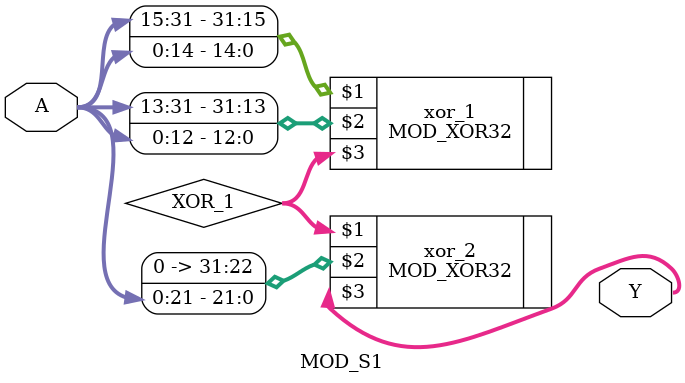
<source format=v>
`include "./src/verilog/MOD_XOR32.v"

module MOD_S1(
    input [0:31] A,
    output [0:31] Y
);

    wire [0:31] XOR_1;

    // assign Y = {A[15:31], A[0:14]};
    MOD_XOR32 xor_1({A[15:31], A[0:14]}, {A[13:31], A[0:12]}, XOR_1);
    MOD_XOR32 xor_2(XOR_1, {10'b0000000000, A[0:21]}, Y);
endmodule

</source>
